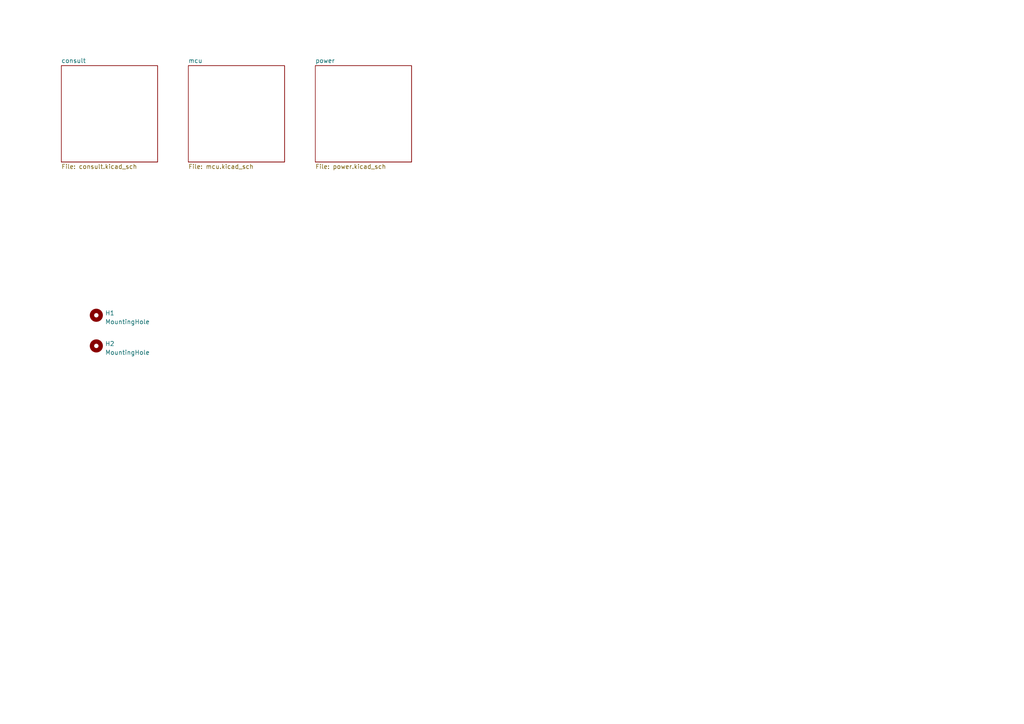
<source format=kicad_sch>
(kicad_sch (version 20230121) (generator eeschema)
  (paper "A4")
  (lib_symbols
    (symbol "Mechanical:MountingHole" (pin_names (offset 1.016))
      (property "Reference" "H" (at 0 5.08 0))
      (property "Value" "MountingHole" (at 0 3.175 0))
      (symbol "MountingHole_0_1"
        (circle (center 0 0) (radius 1.27) (stroke (width 1.27)))
      )
    )
  )
  (symbol (lib_id "Mechanical:MountingHole") (at 27.94 100.33 0) (unit 1)
    (property "Reference" "H2" (at 30.48 99.695 0) (effects (justify left)))
    (property "Value" "MountingHole" (at 30.48 102.235 0) (effects (justify left)))
    (property "Footprint" "MountingHole:MountingHole_4mm" (effects hide))
  )
  (symbol (lib_id "Mechanical:MountingHole") (at 27.94 91.44 0) (unit 1)
    (property "Reference" "H1" (at 30.48 90.805 0) (effects (justify left)))
    (property "Value" "MountingHole" (at 30.48 93.345 0) (effects (justify left)))
    (property "Footprint" "MountingHole:MountingHole_4mm" (effects hide))
  )
  (sheet (at 54.61 19.05) (size 27.94 27.94) (stroke (width 0.1524))
    (property "Sheetname" "mcu" (at 54.61 18.3384 0) (effects (justify left bottom)))
    (property "Sheetfile" "mcu.kicad_sch" (at 54.61 47.5746 0) (effects (justify left top)))
  )
  (sheet (at 17.78 19.05) (size 27.94 27.94) (stroke (width 0.1524))
    (property "Sheetname" "consult" (at 17.78 18.3384 0) (effects (justify left bottom)))
    (property "Sheetfile" "consult.kicad_sch" (at 17.78 47.5746 0) (effects (justify left top)))
  )
  (sheet (at 91.44 19.05) (size 27.94 27.94) (stroke (width 0.1524))
    (property "Sheetname" "power" (at 91.44 18.3384 0) (effects (justify left bottom)))
    (property "Sheetfile" "power.kicad_sch" (at 91.44 47.5746 0) (effects (justify left top)))
  )
)
</source>
